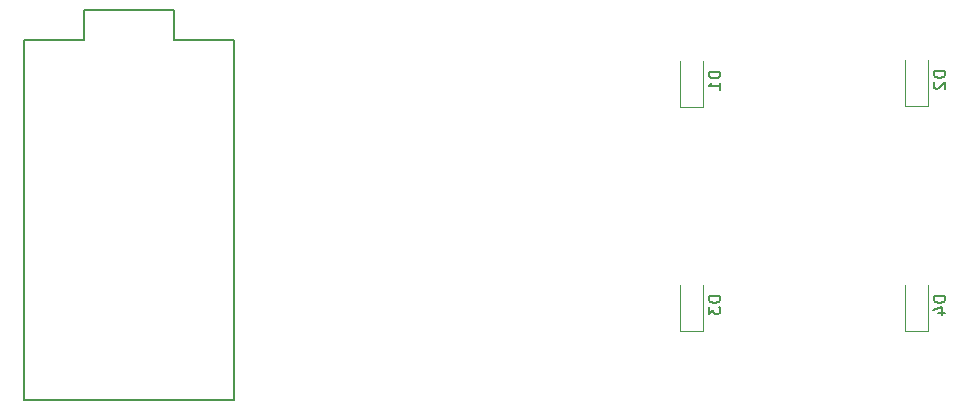
<source format=gbo>
%TF.GenerationSoftware,KiCad,Pcbnew,(5.1.10-1-10_14)*%
%TF.CreationDate,2021-10-08T14:04:21+02:00*%
%TF.ProjectId,lazercut,6c617a65-7263-4757-942e-6b696361645f,rev?*%
%TF.SameCoordinates,Original*%
%TF.FileFunction,Legend,Bot*%
%TF.FilePolarity,Positive*%
%FSLAX46Y46*%
G04 Gerber Fmt 4.6, Leading zero omitted, Abs format (unit mm)*
G04 Created by KiCad (PCBNEW (5.1.10-1-10_14)) date 2021-10-08 14:04:21*
%MOMM*%
%LPD*%
G01*
G04 APERTURE LIST*
%ADD10C,0.150000*%
%ADD11C,0.120000*%
%ADD12C,1.600000*%
%ADD13R,1.600000X1.600000*%
%ADD14C,1.750000*%
%ADD15C,2.250000*%
%ADD16C,3.987800*%
%ADD17R,1.200000X0.900000*%
G04 APERTURE END LIST*
D10*
%TO.C,U1*%
X78740000Y-171608750D02*
X60960000Y-171608750D01*
X60960000Y-171608750D02*
X60960000Y-141128750D01*
X60960000Y-141128750D02*
X66040000Y-141128750D01*
X66040000Y-141128750D02*
X66040000Y-138588750D01*
X66040000Y-138588750D02*
X73660000Y-138588750D01*
X73660000Y-138588750D02*
X73660000Y-141128750D01*
X73660000Y-141128750D02*
X78740000Y-141128750D01*
X78740000Y-141128750D02*
X78740000Y-171608750D01*
D11*
%TO.C,D4*%
X137525000Y-165762500D02*
X135525000Y-165762500D01*
X135525000Y-165762500D02*
X135525000Y-161862500D01*
X137525000Y-165762500D02*
X137525000Y-161862500D01*
%TO.C,D3*%
X118475000Y-165762500D02*
X116475000Y-165762500D01*
X116475000Y-165762500D02*
X116475000Y-161862500D01*
X118475000Y-165762500D02*
X118475000Y-161862500D01*
%TO.C,D2*%
X137525000Y-146712500D02*
X135525000Y-146712500D01*
X135525000Y-146712500D02*
X135525000Y-142812500D01*
X137525000Y-146712500D02*
X137525000Y-142812500D01*
%TO.C,D1*%
X118475000Y-146775000D02*
X116475000Y-146775000D01*
X116475000Y-146775000D02*
X116475000Y-142875000D01*
X118475000Y-146775000D02*
X118475000Y-142875000D01*
%TO.C,D4*%
D10*
X138977380Y-162774404D02*
X137977380Y-162774404D01*
X137977380Y-163012500D01*
X138025000Y-163155357D01*
X138120238Y-163250595D01*
X138215476Y-163298214D01*
X138405952Y-163345833D01*
X138548809Y-163345833D01*
X138739285Y-163298214D01*
X138834523Y-163250595D01*
X138929761Y-163155357D01*
X138977380Y-163012500D01*
X138977380Y-162774404D01*
X138310714Y-164202976D02*
X138977380Y-164202976D01*
X137929761Y-163964880D02*
X138644047Y-163726785D01*
X138644047Y-164345833D01*
%TO.C,D3*%
X119927380Y-162774404D02*
X118927380Y-162774404D01*
X118927380Y-163012500D01*
X118975000Y-163155357D01*
X119070238Y-163250595D01*
X119165476Y-163298214D01*
X119355952Y-163345833D01*
X119498809Y-163345833D01*
X119689285Y-163298214D01*
X119784523Y-163250595D01*
X119879761Y-163155357D01*
X119927380Y-163012500D01*
X119927380Y-162774404D01*
X118927380Y-163679166D02*
X118927380Y-164298214D01*
X119308333Y-163964880D01*
X119308333Y-164107738D01*
X119355952Y-164202976D01*
X119403571Y-164250595D01*
X119498809Y-164298214D01*
X119736904Y-164298214D01*
X119832142Y-164250595D01*
X119879761Y-164202976D01*
X119927380Y-164107738D01*
X119927380Y-163822023D01*
X119879761Y-163726785D01*
X119832142Y-163679166D01*
%TO.C,D2*%
X138977380Y-143724404D02*
X137977380Y-143724404D01*
X137977380Y-143962500D01*
X138025000Y-144105357D01*
X138120238Y-144200595D01*
X138215476Y-144248214D01*
X138405952Y-144295833D01*
X138548809Y-144295833D01*
X138739285Y-144248214D01*
X138834523Y-144200595D01*
X138929761Y-144105357D01*
X138977380Y-143962500D01*
X138977380Y-143724404D01*
X138072619Y-144676785D02*
X138025000Y-144724404D01*
X137977380Y-144819642D01*
X137977380Y-145057738D01*
X138025000Y-145152976D01*
X138072619Y-145200595D01*
X138167857Y-145248214D01*
X138263095Y-145248214D01*
X138405952Y-145200595D01*
X138977380Y-144629166D01*
X138977380Y-145248214D01*
%TO.C,D1*%
X119927380Y-143786904D02*
X118927380Y-143786904D01*
X118927380Y-144025000D01*
X118975000Y-144167857D01*
X119070238Y-144263095D01*
X119165476Y-144310714D01*
X119355952Y-144358333D01*
X119498809Y-144358333D01*
X119689285Y-144310714D01*
X119784523Y-144263095D01*
X119879761Y-144167857D01*
X119927380Y-144025000D01*
X119927380Y-143786904D01*
X119927380Y-145310714D02*
X119927380Y-144739285D01*
X119927380Y-145025000D02*
X118927380Y-145025000D01*
X119070238Y-144929761D01*
X119165476Y-144834523D01*
X119213095Y-144739285D01*
%TD*%
%LPC*%
D12*
%TO.C,U1*%
X77470000Y-142398750D03*
X77470000Y-144938750D03*
X77470000Y-147478750D03*
X77470000Y-150018750D03*
X77470000Y-152558750D03*
X77470000Y-155098750D03*
X77470000Y-157638750D03*
X77470000Y-160178750D03*
X77470000Y-162718750D03*
X77470000Y-165258750D03*
X77470000Y-167798750D03*
X77470000Y-170338750D03*
X62230000Y-170338750D03*
X62230000Y-167798750D03*
X62230000Y-165258750D03*
X62230000Y-162718750D03*
X62230000Y-160178750D03*
X62230000Y-157638750D03*
X62230000Y-155098750D03*
X62230000Y-152558750D03*
X62230000Y-150018750D03*
X62230000Y-147478750D03*
X62230000Y-144938750D03*
D13*
X62230000Y-142398750D03*
%TD*%
D14*
%TO.C,MX4*%
X133667500Y-163512500D03*
X123507500Y-163512500D03*
D15*
X126087500Y-159512500D03*
D16*
X128587500Y-163512500D03*
G36*
G01*
X124026188Y-161809850D02*
X124026183Y-161809845D01*
G75*
G02*
X123940155Y-160221183I751317J837345D01*
G01*
X125250157Y-158761183D01*
G75*
G02*
X126838819Y-158675155I837345J-751317D01*
G01*
X126838819Y-158675155D01*
G75*
G02*
X126924847Y-160263817I-751317J-837345D01*
G01*
X125614845Y-161723817D01*
G75*
G02*
X124026183Y-161809845I-837345J751317D01*
G01*
G37*
D15*
X131127500Y-158432500D03*
G36*
G01*
X131010983Y-160134895D02*
X131010097Y-160134834D01*
G75*
G02*
X129965166Y-158935097I77403J1122334D01*
G01*
X130005166Y-158355097D01*
G75*
G02*
X131204903Y-157310166I1122334J-77403D01*
G01*
X131204903Y-157310166D01*
G75*
G02*
X132249834Y-158509903I-77403J-1122334D01*
G01*
X132209834Y-159089903D01*
G75*
G02*
X131010097Y-160134834I-1122334J77403D01*
G01*
G37*
%TD*%
D14*
%TO.C,MX3*%
X114617500Y-163512500D03*
X104457500Y-163512500D03*
D15*
X107037500Y-159512500D03*
D16*
X109537500Y-163512500D03*
G36*
G01*
X104976188Y-161809850D02*
X104976183Y-161809845D01*
G75*
G02*
X104890155Y-160221183I751317J837345D01*
G01*
X106200157Y-158761183D01*
G75*
G02*
X107788819Y-158675155I837345J-751317D01*
G01*
X107788819Y-158675155D01*
G75*
G02*
X107874847Y-160263817I-751317J-837345D01*
G01*
X106564845Y-161723817D01*
G75*
G02*
X104976183Y-161809845I-837345J751317D01*
G01*
G37*
D15*
X112077500Y-158432500D03*
G36*
G01*
X111960983Y-160134895D02*
X111960097Y-160134834D01*
G75*
G02*
X110915166Y-158935097I77403J1122334D01*
G01*
X110955166Y-158355097D01*
G75*
G02*
X112154903Y-157310166I1122334J-77403D01*
G01*
X112154903Y-157310166D01*
G75*
G02*
X113199834Y-158509903I-77403J-1122334D01*
G01*
X113159834Y-159089903D01*
G75*
G02*
X111960097Y-160134834I-1122334J77403D01*
G01*
G37*
%TD*%
D14*
%TO.C,MX2*%
X133667500Y-144462500D03*
X123507500Y-144462500D03*
D15*
X126087500Y-140462500D03*
D16*
X128587500Y-144462500D03*
G36*
G01*
X124026188Y-142759850D02*
X124026183Y-142759845D01*
G75*
G02*
X123940155Y-141171183I751317J837345D01*
G01*
X125250157Y-139711183D01*
G75*
G02*
X126838819Y-139625155I837345J-751317D01*
G01*
X126838819Y-139625155D01*
G75*
G02*
X126924847Y-141213817I-751317J-837345D01*
G01*
X125614845Y-142673817D01*
G75*
G02*
X124026183Y-142759845I-837345J751317D01*
G01*
G37*
D15*
X131127500Y-139382500D03*
G36*
G01*
X131010983Y-141084895D02*
X131010097Y-141084834D01*
G75*
G02*
X129965166Y-139885097I77403J1122334D01*
G01*
X130005166Y-139305097D01*
G75*
G02*
X131204903Y-138260166I1122334J-77403D01*
G01*
X131204903Y-138260166D01*
G75*
G02*
X132249834Y-139459903I-77403J-1122334D01*
G01*
X132209834Y-140039903D01*
G75*
G02*
X131010097Y-141084834I-1122334J77403D01*
G01*
G37*
%TD*%
D14*
%TO.C,MX1*%
X114617500Y-144462500D03*
X104457500Y-144462500D03*
D15*
X107037500Y-140462500D03*
D16*
X109537500Y-144462500D03*
G36*
G01*
X104976188Y-142759850D02*
X104976183Y-142759845D01*
G75*
G02*
X104890155Y-141171183I751317J837345D01*
G01*
X106200157Y-139711183D01*
G75*
G02*
X107788819Y-139625155I837345J-751317D01*
G01*
X107788819Y-139625155D01*
G75*
G02*
X107874847Y-141213817I-751317J-837345D01*
G01*
X106564845Y-142673817D01*
G75*
G02*
X104976183Y-142759845I-837345J751317D01*
G01*
G37*
D15*
X112077500Y-139382500D03*
G36*
G01*
X111960983Y-141084895D02*
X111960097Y-141084834D01*
G75*
G02*
X110915166Y-139885097I77403J1122334D01*
G01*
X110955166Y-139305097D01*
G75*
G02*
X112154903Y-138260166I1122334J-77403D01*
G01*
X112154903Y-138260166D01*
G75*
G02*
X113199834Y-139459903I-77403J-1122334D01*
G01*
X113159834Y-140039903D01*
G75*
G02*
X111960097Y-141084834I-1122334J77403D01*
G01*
G37*
%TD*%
D17*
%TO.C,D4*%
X136525000Y-161862500D03*
X136525000Y-165162500D03*
%TD*%
%TO.C,D3*%
X117475000Y-161862500D03*
X117475000Y-165162500D03*
%TD*%
%TO.C,D2*%
X136525000Y-142812500D03*
X136525000Y-146112500D03*
%TD*%
%TO.C,D1*%
X117475000Y-142875000D03*
X117475000Y-146175000D03*
%TD*%
M02*

</source>
